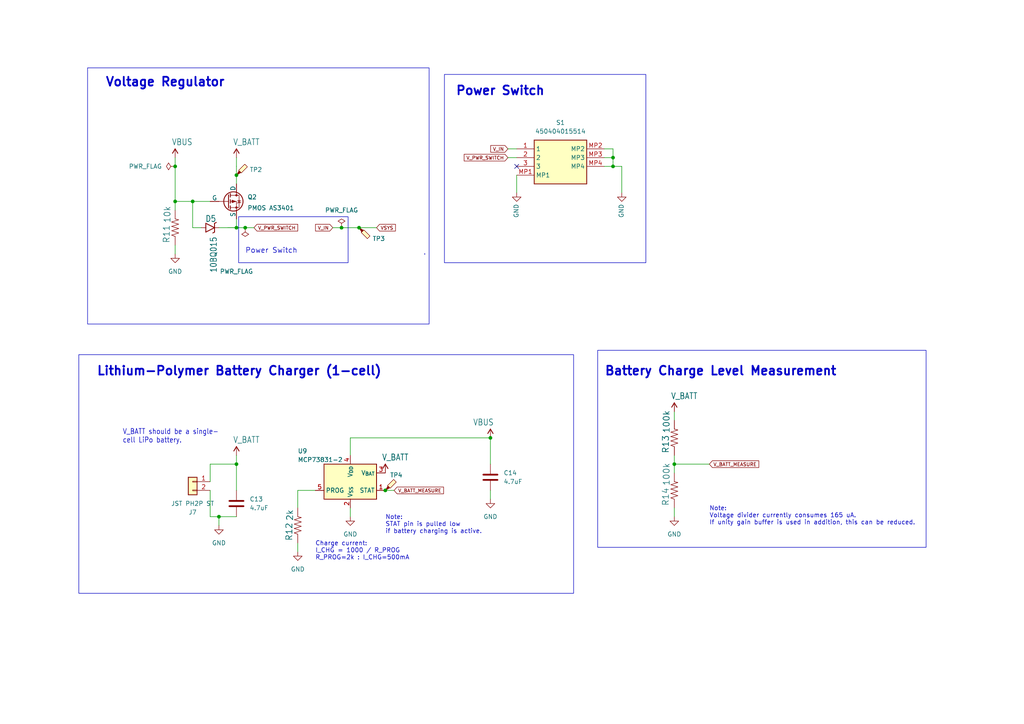
<source format=kicad_sch>
(kicad_sch (version 20231120) (generator "eeschema") (generator_version "8.0")
  (paper "A4")
  (lib_symbols
    (symbol "Battery_Management:MCP73831-2-OT"
      (property "Reference" "U" (at -7.62 6.35 0))
      (property "Value" "MCP73831-2-OT" (at 1.27 6.35 0))
      (symbol "MCP73831-2-OT_0_1"
        (rectangle (start -7.62 5.08) (end 7.62 -5.08) (stroke (width 0.254)) (fill (type background)))
      )
      (symbol "MCP73831-2-OT_1_1"
        (pin output line (at 10.16 -2.54 180) (length 2.54) (name "STAT") (number "1"))
        (pin power_in line (at 0 -7.62 90) (length 2.54) (name "V_{SS}") (number "2"))
        (pin power_out line (at 10.16 2.54 180) (length 2.54) (name "V_{BAT}") (number "3"))
        (pin power_in line (at 0 7.62 270) (length 2.54) (name "V_{DD}") (number "4"))
        (pin input line (at -10.16 -2.54 0) (length 2.54) (name "PROG") (number "5"))
      )
    )
    (symbol "Connector:TestPoint_Probe" (pin_numbers hide) (pin_names (offset 0.762) hide)
      (property "Reference" "TP" (at 1.651 5.842 0))
      (property "Value" "TestPoint_Probe" (at 1.651 4.064 0))
      (symbol "TestPoint_Probe_0_1"
        (polyline (pts (xy 1.27 0.762) (xy 0 0) (xy 0.762 1.27) (xy 1.27 0.762)) (fill (type outline)))
        (polyline (pts (xy 1.397 0.635) (xy 0.635 1.397) (xy 2.413 3.175) (xy 3.175 2.413) (xy 1.397 0.635)) (fill (type background)))
      )
      (symbol "TestPoint_Probe_1_1"
        (pin passive line (at 0 0 90) (length 0) (name "1") (number "1"))
      )
    )
    (symbol "Connector_Generic:Conn_01x02" (pin_names (offset 1.016) hide)
      (property "Reference" "J" (at 0 2.54 0))
      (property "Value" "Conn_01x02" (at 0 -5.08 0))
      (symbol "Conn_01x02_1_1"
        (rectangle (start -1.27 -2.413) (end 0 -2.667) (stroke (width 0.1524)))
        (rectangle (start -1.27 0.127) (end 0 -0.127) (stroke (width 0.1524)))
        (rectangle (start -1.27 1.27) (end 1.27 -3.81) (stroke (width 0.254)) (fill (type background)))
        (pin passive line (at -5.08 0 0) (length 3.81) (name "Pin_1") (number "1"))
        (pin passive line (at -5.08 -2.54 0) (length 3.81) (name "Pin_2") (number "2"))
      )
    )
    (symbol "Device:C" (pin_numbers hide) (pin_names (offset 0.254))
      (property "Reference" "C" (at 0.635 2.54 0))
      (property "Value" "C" (at 0.635 -2.54 0))
      (symbol "C_0_1"
        (polyline (pts (xy -2.032 -0.762) (xy 2.032 -0.762)) (stroke (width 0.508)))
        (polyline (pts (xy -2.032 0.762) (xy 2.032 0.762)) (stroke (width 0.508)))
      )
      (symbol "C_1_1"
        (pin passive line (at 0 3.81 270) (length 2.794) (name "~") (number "1"))
        (pin passive line (at 0 -3.81 90) (length 2.794) (name "~") (number "2"))
      )
    )
    (symbol "GND_1" (power) (pin_names (offset 0))
      (property "Value" "GND_1" (at 0 -3.81 0))
      (symbol "GND_1_0_1"
        (polyline (pts (xy 0 0) (xy 0 -1.27) (xy 1.27 -1.27) (xy 0 -2.54) (xy -1.27 -1.27) (xy 0 -1.27)))
      )
      (symbol "GND_1_1_1"
        (pin power_in line (at 0 0 270) (length 0) hide (name "GND") (number "1"))
      )
    )
    (symbol "GND_2" (power) (pin_names (offset 0))
      (property "Value" "GND" (at 0 -3.81 0))
      (symbol "GND_2_0_1"
        (polyline (pts (xy 0 0) (xy 0 -1.27) (xy 1.27 -1.27) (xy 0 -2.54) (xy -1.27 -1.27) (xy 0 -1.27)))
      )
      (symbol "GND_2_1_1"
        (pin power_in line (at 0 0 270) (length 0) hide (name "GND") (number "1"))
      )
    )
    (symbol "GND_3" (power) (pin_names (offset 0))
      (property "Value" "GND" (at 0 -3.81 0))
      (symbol "GND_3_0_1"
        (polyline (pts (xy 0 0) (xy 0 -1.27) (xy 1.27 -1.27) (xy 0 -2.54) (xy -1.27 -1.27) (xy 0 -1.27)))
      )
      (symbol "GND_3_1_1"
        (pin power_in line (at 0 0 270) (length 0) hide (name "GND") (number "1"))
      )
    )
    (symbol "HeadMouse:450404015514"
      (property "Reference" "S" (at 21.59 7.62 0))
      (property "Value" "450404015514" (at 21.59 5.08 0))
      (symbol "450404015514_1_1"
        (rectangle (start 5.08 2.54) (end 20.32 -10.16) (stroke (width 0.254)) (fill (type background)))
        (pin passive line (at 0 0 0) (length 5.08) (name "1") (number "1"))
        (pin passive line (at 0 -2.54 0) (length 5.08) (name "2") (number "2"))
        (pin passive line (at 0 -5.08 0) (length 5.08) (name "3") (number "3"))
        (pin passive line (at 0 -7.62 0) (length 5.08) (name "MP1") (number "MP1"))
        (pin passive line (at 25.4 0 180) (length 5.08) (name "MP2") (number "MP2"))
        (pin passive line (at 25.4 -2.54 180) (length 5.08) (name "MP3") (number "MP3"))
        (pin passive line (at 25.4 -5.08 180) (length 5.08) (name "MP4") (number "MP4"))
      )
    )
    (symbol "HeadMouse:AS3401" (pin_numbers hide) (pin_names (offset 0))
      (property "Reference" "Q" (at 5.08 1.27 0))
      (property "Value" "AS3401" (at 5.08 -1.27 0))
      (symbol "AS3401_0_1"
        (polyline (pts (xy 0.254 0) (xy -2.54 0)))
        (polyline (pts (xy 0.254 1.905) (xy 0.254 -1.905)) (stroke (width 0.254)))
        (polyline (pts (xy 0.762 -1.27) (xy 0.762 -2.286)) (stroke (width 0.254)))
        (polyline (pts (xy 0.762 0.508) (xy 0.762 -0.508)) (stroke (width 0.254)))
        (polyline (pts (xy 0.762 2.286) (xy 0.762 1.27)) (stroke (width 0.254)))
        (polyline (pts (xy 2.54 2.54) (xy 2.54 1.778)))
        (polyline (pts (xy 2.54 -2.54) (xy 2.54 0) (xy 0.762 0)))
        (polyline (pts (xy 0.762 1.778) (xy 3.302 1.778) (xy 3.302 -1.778) (xy 0.762 -1.778)))
        (polyline (pts (xy 2.286 0) (xy 1.27 0.381) (xy 1.27 -0.381) (xy 2.286 0)) (fill (type outline)))
        (polyline (pts (xy 2.794 -0.508) (xy 2.921 -0.381) (xy 3.683 -0.381) (xy 3.81 -0.254)))
        (polyline (pts (xy 3.302 -0.381) (xy 2.921 0.254) (xy 3.683 0.254) (xy 3.302 -0.381)))
        (circle (center 1.651 0) (radius 2.794) (stroke (width 0.254)))
        (circle (center 2.54 -1.778) (radius 0.254) (fill (type outline)))
        (circle (center 2.54 1.778) (radius 0.254) (fill (type outline)))
      )
      (symbol "AS3401_1_1"
        (pin input line (at -5.08 0 0) (length 2.54) (name "G") (number "1"))
        (pin passive line (at 2.54 -5.08 90) (length 2.54) (name "S") (number "2"))
        (pin passive line (at 2.54 5.08 270) (length 2.54) (name "D") (number "3"))
      )
    )
    (symbol "esp32-thing-eagle-import:27OHM1/10W1%(0603)0603-RES"
      (property "Reference" "R" (at 0 1.524 0))
      (symbol "27OHM1/10W1%(0603)0603-RES_1_0"
        (polyline (pts (xy -2.54 0) (xy -2.159 1.016)) (stroke (width 0.1524)))
        (polyline (pts (xy -2.159 1.016) (xy -1.524 -1.016)) (stroke (width 0.1524)))
        (polyline (pts (xy -1.524 -1.016) (xy -0.889 1.016)) (stroke (width 0.1524)))
        (polyline (pts (xy -0.889 1.016) (xy -0.254 -1.016)) (stroke (width 0.1524)))
        (polyline (pts (xy -0.254 -1.016) (xy 0.381 1.016)) (stroke (width 0.1524)))
        (polyline (pts (xy 0.381 1.016) (xy 1.016 -1.016)) (stroke (width 0.1524)))
        (polyline (pts (xy 1.016 -1.016) (xy 1.651 1.016)) (stroke (width 0.1524)))
        (polyline (pts (xy 1.651 1.016) (xy 2.286 -1.016)) (stroke (width 0.1524)))
        (polyline (pts (xy 2.286 -1.016) (xy 2.54 0)) (stroke (width 0.1524)))
        (pin passive line (at -5.08 0 0) (length 2.54) (name "1") (number "1"))
        (pin passive line (at 5.08 0 180) (length 2.54) (name "2") (number "2"))
      )
    )
    (symbol "esp32-thing-eagle-import:DIODE-SCHOTTKY-BAT20J"
      (property "Reference" "D1" (at 1.778 3.5814 0))
      (property "Value" "10BQ015" (at 0 -2.54 90))
      (symbol "DIODE-SCHOTTKY-BAT20J_1_0"
        (polyline (pts (xy -2.54 0) (xy -1.27 0)) (stroke (width 0.1524)))
        (polyline (pts (xy -1.27 -1.27) (xy 1.27 0)) (stroke (width 0.254)))
        (polyline (pts (xy -1.27 0) (xy -1.27 -1.27)) (stroke (width 0.254)))
        (polyline (pts (xy -1.27 1.27) (xy -1.27 0)) (stroke (width 0.254)))
        (polyline (pts (xy 1.27 -1.27) (xy 0.762 -1.524)) (stroke (width 0.254)))
        (polyline (pts (xy 1.27 0) (xy -1.27 1.27)) (stroke (width 0.254)))
        (polyline (pts (xy 1.27 0) (xy 1.27 -1.27)) (stroke (width 0.254)))
        (polyline (pts (xy 1.27 1.27) (xy 1.27 0)) (stroke (width 0.254)))
        (polyline (pts (xy 1.27 1.27) (xy 1.778 1.524)) (stroke (width 0.254)))
        (polyline (pts (xy 2.54 0) (xy 1.27 0)) (stroke (width 0.1524)))
        (pin passive line (at 2.54 0 180) (length 0) (name "C") (number "1"))
        (pin passive line (at -2.54 0 0) (length 0) (name "A") (number "2"))
      )
    )
    (symbol "esp32-thing-eagle-import:V_BATT" (power)
      (property "Value" "V_BATT" (at -1.016 3.556 0))
      (symbol "V_BATT_1_0"
        (polyline (pts (xy 0 2.54) (xy -0.762 1.27)) (stroke (width 0.254)))
        (polyline (pts (xy 0.762 1.27) (xy 0 2.54)) (stroke (width 0.254)))
        (pin power_in line (at 0 0 90) (length 2.54) (name "V_BATT") (number "1"))
      )
    )
    (symbol "esp32-thing-eagle-import:V_USB" (power)
      (property "Value" "V_USB" (at -1.016 3.556 0))
      (symbol "V_USB_1_0"
        (polyline (pts (xy 0 2.54) (xy -0.762 1.27)) (stroke (width 0.254)))
        (polyline (pts (xy 0.762 1.27) (xy 0 2.54)) (stroke (width 0.254)))
        (pin power_in line (at 0 0 90) (length 2.54) (name "V_USB") (number "1"))
      )
    )
    (symbol "power:PWR_FLAG" (power) (pin_numbers hide) (pin_names (offset 0) hide)
      (property "Value" "PWR_FLAG" (at 0 3.81 0))
      (symbol "PWR_FLAG_0_0"
        (pin power_out line (at 0 0 90) (length 0) (name "~") (number "1"))
      )
      (symbol "PWR_FLAG_0_1"
        (polyline (pts (xy 0 0) (xy 0 1.27) (xy -1.016 1.905) (xy 0 2.54) (xy 1.016 1.905) (xy 0 1.27)))
      )
    )
  )
  (junction (at 111.76 142.24))
  (junction (at 63.5 149.86))
  (junction (at 195.58 134.62))
  (junction (at 50.8 48.26))
  (junction (at 50.8 58.42))
  (junction (at 177.8 48.26))
  (junction (at 68.58 66.04))
  (junction (at 71.12 66.04))
  (junction (at 55.88 58.42))
  (junction (at 177.8 45.72))
  (junction (at 68.58 134.62))
  (junction (at 99.06 66.04))
  (junction (at 104.14 66.04))
  (junction (at 142.24 127))
  (junction (at 68.58 50.8))
  (no_connect (at 149.86 48.26))
  (wire (pts (xy 195.58 132.08) (xy 195.58 134.62)))
  (wire (pts (xy 68.58 66.04) (xy 71.12 66.04)))
  (wire (pts (xy 177.8 45.72) (xy 177.8 48.26)))
  (wire (pts (xy 195.58 134.62) (xy 195.58 137.16)))
  (wire (pts (xy 175.26 48.26) (xy 177.8 48.26)))
  (wire (pts (xy 180.34 48.26) (xy 180.34 55.88)))
  (wire (pts (xy 50.8 58.42) (xy 55.88 58.42)) (stroke (width 0.1524)))
  (wire (pts (xy 86.36 142.24) (xy 86.36 147.32)) (stroke (width 0.1524)))
  (wire (pts (xy 60.96 142.24) (xy 60.96 149.86)))
  (wire (pts (xy 175.26 43.18) (xy 177.8 43.18)))
  (wire (pts (xy 63.5 66.04) (xy 68.58 66.04)))
  (wire (pts (xy 195.58 149.86) (xy 195.58 147.32)))
  (wire (pts (xy 55.88 58.42) (xy 55.88 66.04)) (stroke (width 0.1524)))
  (wire (pts (xy 114.3 142.24) (xy 111.76 142.24)))
  (wire (pts (xy 60.96 58.42) (xy 55.88 58.42)) (stroke (width 0.1524)))
  (wire (pts (xy 101.6 127) (xy 142.24 127)))
  (wire (pts (xy 180.34 48.26) (xy 177.8 48.26)))
  (wire (pts (xy 60.96 134.62) (xy 68.58 134.62)))
  (wire (pts (xy 86.36 157.48) (xy 86.36 160.02)))
  (wire (pts (xy 68.58 63.5) (xy 68.58 66.04)) (stroke (width 0.1524)))
  (wire (pts (xy 71.12 66.04) (xy 73.66 66.04)))
  (wire (pts (xy 50.8 48.26) (xy 50.8 58.42)) (stroke (width 0.1524)))
  (wire (pts (xy 55.88 66.04) (xy 58.42 66.04)))
  (wire (pts (xy 177.8 43.18) (xy 177.8 45.72)))
  (wire (pts (xy 195.58 119.38) (xy 195.58 121.92)))
  (wire (pts (xy 50.8 60.96) (xy 50.8 58.42)) (stroke (width 0.1524)))
  (wire (pts (xy 147.32 43.18) (xy 149.86 43.18)))
  (wire (pts (xy 101.6 147.32) (xy 101.6 149.86)))
  (wire (pts (xy 63.5 149.86) (xy 68.58 149.86)))
  (wire (pts (xy 147.32 45.72) (xy 149.86 45.72)))
  (wire (pts (xy 86.36 142.24) (xy 91.44 142.24)) (stroke (width 0.1524)))
  (wire (pts (xy 68.58 142.24) (xy 68.58 134.62)))
  (wire (pts (xy 142.24 144.78) (xy 142.24 142.24)) (stroke (width 0.1524)))
  (wire (pts (xy 66.04 66.04) (xy 68.58 66.04)) (stroke (width 0.1524)))
  (wire (pts (xy 96.52 66.04) (xy 99.06 66.04)))
  (wire (pts (xy 50.8 45.72) (xy 50.8 48.26)) (stroke (width 0.1524)))
  (wire (pts (xy 68.58 50.8) (xy 68.58 53.34)))
  (wire (pts (xy 142.24 127) (xy 142.24 134.62)) (stroke (width 0.1524)))
  (wire (pts (xy 68.58 45.72) (xy 68.58 48.26)) (stroke (width 0.1524)))
  (wire (pts (xy 63.5 149.86) (xy 63.5 152.4)))
  (wire (pts (xy 149.86 50.8) (xy 149.86 55.88)))
  (wire (pts (xy 175.26 45.72) (xy 177.8 45.72)))
  (wire (pts (xy 104.14 66.04) (xy 109.22 66.04)))
  (wire (pts (xy 68.58 48.26) (xy 68.58 50.8)))
  (wire (pts (xy 101.6 127) (xy 101.6 132.08)))
  (wire (pts (xy 195.58 134.62) (xy 205.74 134.62)))
  (wire (pts (xy 99.06 66.04) (xy 104.14 66.04)))
  (wire (pts (xy 63.5 149.86) (xy 60.96 149.86)))
  (wire (pts (xy 50.8 73.66) (xy 50.8 71.12)) (stroke (width 0.1524)))
  (wire (pts (xy 60.96 134.62) (xy 60.96 139.7)))
  (wire (pts (xy 68.58 132.08) (xy 68.58 134.62)))
  (rectangle (start 123.19 73.66) (end 123.19 73.66))
  (rectangle (start 123.19 73.66) (end 123.19 73.66))
  (rectangle (start 123.19 73.66) (end 123.19 73.66))
  (circle (center 123.19 73.66) (radius 0.0001))
  (rectangle (start 128.905 21.59) (end 187.325 76.2))
  (rectangle (start 123.19 73.66) (end 123.19 73.66))
  (rectangle (start 123.19 73.66) (end 123.19 73.66))
  (rectangle (start 69.215 62.865) (end 100.965 76.2))
  (rectangle (start 123.19 73.66) (end 123.19 73.66))
  (rectangle (start 123.19 73.66) (end 123.19 73.66))
  (rectangle (start 25.4 19.685) (end 124.46 93.98))
  (rectangle (start 123.19 73.66) (end 123.19 73.66))
  (rectangle (start 123.19 73.66) (end 123.19 73.66))
  (rectangle (start 22.86 102.87) (end 166.37 172.085))
  (rectangle (start 123.19 73.66) (end 123.19 73.66))
  (rectangle (start 173.355 101.6) (end 268.605 158.75))
  (rectangle (start 123.19 73.66) (end 123.19 73.66))
  (rectangle (start 123.19 73.66) (end 123.19 73.66))
  (text "Battery Charge Level Measurement" (at 175.26 109.22 0) (effects (font (size 2.54 2.54) (thickness 0.508) (bold yes)) (justify left bottom)))
  (text "Voltage Regulator" (at 30.48 25.4 0) (effects (font (size 2.54 2.54) (thickness 0.508) (bold yes)) (justify left bottom)))
  (text "Lithium-Polymer Battery Charger (1-cell)" (at 27.94 109.22 0) (effects (font (size 2.54 2.54) (thickness 0.508) (bold yes)) (justify left bottom)))
  (text "Power Switch\n" (at 71.12 73.66 0) (effects (font (size 1.5 1.5)) (justify left bottom)))
  (text "Charge current:\nI_CHG = 1000 / R_PROG\nR_PROG=2k : I_CHG=500mA" (at 91.44 162.56 0) (effects (font (size 1.27 1.27)) (justify left bottom)))
  (text "Note: \nVoltage divider currently consumes 165 uA.\nIf unity gain buffer is used in addition, this can be reduced." (at 205.74 152.4 0) (effects (font (size 1.27 1.27)) (justify left bottom)))
  (text "V_BATT should be a single-\ncell LiPo battery." (at 35.56 124.46 0) (effects (font (size 1.524 1.2954)) (justify left top)))
  (text "Note: \nSTAT pin is pulled low \nif battery charging is active." (at 111.76 154.94 0) (effects (font (size 1.27 1.27)) (justify left bottom)))
  (text "Power Switch" (at 132.08 27.94 0) (effects (font (size 2.54 2.54) (thickness 0.508) (bold yes)) (justify left bottom)))
  (global_label "V_BATT_MEASURE" (shape input) (at 205.74 134.62 0) (effects (font (size 0.9906 0.9906))) (property "Intersheetrefs" "${INTERSHEET_REFS}" (effects (hide yes))))
  (global_label "V_IN" (shape input) (at 147.32 43.18 180) (effects (font (size 0.9906 0.9906))) (property "Intersheetrefs" "${INTERSHEET_REFS}" (effects (hide yes))))
  (global_label "V_BATT_MEASURE" (shape input) (at 114.3 142.24 0) (effects (font (size 0.9906 0.9906))) (property "Intersheetrefs" "${INTERSHEET_REFS}" (effects (hide yes))))
  (global_label "VSYS" (shape input) (at 109.22 66.04 0) (effects (font (size 0.9906 0.9906))) (property "Intersheetrefs" "${INTERSHEET_REFS}" (effects (hide yes))))
  (global_label "V_IN" (shape input) (at 96.52 66.04 180) (effects (font (size 0.9906 0.9906))) (property "Intersheetrefs" "${INTERSHEET_REFS}" (effects (hide yes))))
  (global_label "V_PWR_SWITCH" (shape input) (at 147.32 45.72 180) (effects (font (size 0.9906 0.9906))) (property "Intersheetrefs" "${INTERSHEET_REFS}" (effects (hide yes))))
  (global_label "V_PWR_SWITCH" (shape input) (at 73.66 66.04 0) (effects (font (size 0.9906 0.9906))) (property "Intersheetrefs" "${INTERSHEET_REFS}" (effects (hide yes))))
  (symbol (lib_name "GND_1") (lib_id "power:GND") (at 142.24 144.78 0) (unit 1)
    (property "Reference" "#PWR046" (effects (hide yes)))
    (property "Value" "GND" (at 142.24 149.86 0))
  )
  (symbol (lib_id "power:PWR_FLAG") (at 50.8 48.26 90) (unit 1)
    (property "Reference" "#FLG03" (effects (hide yes)))
    (property "Value" "PWR_FLAG" (at 46.99 48.2599 90) (effects (justify left)))
    (property "Description" "Special symbol for telling ERC where power comes from" (effects (hide yes)))
  )
  (symbol (lib_id "power:PWR_FLAG") (at 71.12 66.04 180) (unit 1)
    (property "Reference" "#FLG04" (effects (hide yes)))
    (property "Value" "PWR_FLAG" (at 68.58 78.74 0))
    (property "Description" "Special symbol for telling ERC where power comes from" (effects (hide yes)))
  )
  (symbol (lib_name "GND_1") (lib_id "power:GND") (at 195.58 149.86 0) (unit 1)
    (property "Reference" "#PWR048" (effects (hide yes)))
    (property "Value" "GND" (at 195.58 154.94 0))
  )
  (symbol (lib_id "Connector:TestPoint_Probe") (at 68.58 50.8 0) (unit 1)
    (property "Reference" "TP2" (at 72.39 49.2125 0) (effects (justify left)))
    (property "Value" "TestPoint_Probe" (effects (hide yes)))
    (property "Footprint" "TestPoint:TestPoint_THTPad_D2.0mm_Drill1.0mm" (effects (hide yes)))
  )
  (symbol (lib_name "GND_1") (lib_id "power:GND") (at 101.6 149.86 0) (unit 1)
    (property "Reference" "#PWR045" (effects (hide yes)))
    (property "Value" "GND" (at 101.6 154.94 0))
  )
  (symbol (lib_id "Connector:TestPoint_Probe") (at 104.14 66.04 270) (unit 1)
    (property "Reference" "TP3" (at 109.855 69.215 90))
    (property "Value" "TestPoint_Probe" (effects (hide yes)))
    (property "Footprint" "TestPoint:TestPoint_THTPad_D2.0mm_Drill1.0mm" (effects (hide yes)))
  )
  (symbol (lib_name "GND_1") (lib_id "power:GND") (at 50.8 73.66 0) (unit 1)
    (property "Reference" "#PWR042" (effects (hide yes)))
    (property "Value" "GND" (at 50.8 78.74 0))
  )
  (symbol (lib_id "esp32-thing-eagle-import:V_BATT") (at 68.58 132.08 0) (unit 1)
    (property "Reference" "#SUPPLY03" (effects (hide yes)))
    (property "Value" "V_BATT" (at 67.564 128.524 0) (effects (font (size 1.778 1.5113)) (justify left bottom)))
  )
  (symbol (lib_id "esp32-thing-eagle-import:27OHM1/10W1%(0603)0603-RES") (at 195.58 127 90) (unit 1)
    (property "Reference" "R13" (at 194.0814 131.572 0) (effects (font (size 1.778 1.778)) (justify left bottom)))
    (property "Value" "100k" (at 194.31 125.73 0) (effects (font (size 1.778 1.778)) (justify left bottom)))
    (property "Footprint" "Resistor_SMD:R_0603_1608Metric_Pad0.98x0.95mm_HandSolder" (effects (hide yes)))
    (property "Mouser" "ERJ-PA3J121V" (effects (hide yes)))
  )
  (symbol (lib_id "esp32-thing-eagle-import:V_USB") (at 50.8 45.72 0) (unit 1)
    (property "Reference" "#SUPPLY01" (effects (hide yes)))
    (property "Value" "VBUS" (at 49.784 42.164 0) (effects (font (size 1.778 1.5113)) (justify left bottom)))
  )
  (symbol (lib_name "GND_3") (lib_id "power:GND") (at 149.86 55.88 0) (mirror y) (unit 1)
    (property "Reference" "#PWR047" (effects (hide yes)))
    (property "Value" "GND" (at 149.733 59.1312 90) (effects (justify right)))
  )
  (symbol (lib_name "GND_2") (lib_id "power:GND") (at 180.34 55.88 0) (mirror y) (unit 1)
    (property "Reference" "#PWR049" (effects (hide yes)))
    (property "Value" "GND" (at 180.213 59.1312 90) (effects (justify right)))
  )
  (symbol (lib_id "Battery_Management:MCP73831-2-OT") (at 101.6 139.7 0) (unit 1)
    (property "Reference" "U9" (at 86.36 130.81 0) (effects (justify left)))
    (property "Value" "MCP73831-2" (at 86.36 133.35 0) (effects (justify left)))
    (property "Footprint" "Package_TO_SOT_SMD:SOT-23-5_HandSoldering" (effects (hide yes)))
    (property "Datasheet" "http://ww1.microchip.com/downloads/en/DeviceDoc/20001984g.pdf" (effects (hide yes)))
    (property "Mouser" "MCP73831T-2ACI/OT" (effects (hide yes)))
    (property "Mouser Price/Stock" "https://www.mouser.at/ProductDetail/Microchip-Technology/MCP73831T-2ACI-OT?qs=yUQqVecv4qvbBQBGbHx0Mw%3D%3D" (effects (hide yes)))
  )
  (symbol (lib_id "Connector:TestPoint_Probe") (at 111.76 142.24 0) (unit 1)
    (property "Reference" "TP4" (at 114.935 137.795 0))
    (property "Value" "TestPoint_Probe" (effects (hide yes)))
    (property "Footprint" "TestPoint:TestPoint_THTPad_D2.0mm_Drill1.0mm" (effects (hide yes)))
  )
  (symbol (lib_id "esp32-thing-eagle-import:DIODE-SCHOTTKY-BAT20J") (at 60.96 66.04 0) (unit 1)
    (property "Reference" "D5" (at 62.738 62.4586 0) (effects (font (size 1.778 1.5113)) (justify right top)))
    (property "Value" "10BQ015" (at 60.96 68.58 90) (effects (font (size 1.778 1.5113)) (justify right top)))
    (property "Footprint" "Diode_SMD:D_SMB_Handsoldering" (effects (hide yes)))
    (property "Datasheet" "https://eu.mouser.com/ProductDetail/Vishay-Semiconductors/VS-10BQ015-M3-5BT?qs=asPD7ZL2j3VpzaHhlDLLKA%3D%3D&gad_source=1&gclid=CjwKCAiA1MCrBhAoEiwAC2d64Qfz9GdFJXcJop1dluLSezxhXfgrxGSJlfwXR4mOBbP2oq8S6QpdJRoCLncQAvD_BwE" (effects (hide yes)))
    (property "Mouser" "10BQ015" (effects (hide yes)))
    (property "Mouser Price/Stock" "https://eu.mouser.com/ProductDetail/Vishay-Semiconductors/VS-10BQ015-M3-5BT?qs=asPD7ZL2j3VpzaHhlDLLKA%3D%3D&gad_source=1&gclid=CjwKCAiA1MCrBhAoEiwAC2d64Qfz9GdFJXcJop1dluLSezxhXfgrxGSJlfwXR4mOBbP2oq8S6QpdJRoCLncQAvD_BwE" (effects (hide yes)))
  )
  (symbol (lib_id "HeadMouse:AS3401") (at 66.04 58.42 0) (unit 1)
    (property "Reference" "Q2" (at 71.755 57.15 0) (effects (justify left)))
    (property "Value" "PMOS AS3401" (at 71.755 60.325 0) (effects (justify left)))
    (property "Footprint" "Package_TO_SOT_SMD:TSOT-23_HandSoldering" (effects (hide yes)))
    (property "Datasheet" "https://mm.digikey.com/Volume0/opasdata/d220001/medias/docus/2779/AS3401.pdf" (effects (hide yes)))
    (property "Sim.Device" "PMOS" (effects (hide yes)))
    (property "Sim.Type" "VDMOS" (effects (hide yes)))
    (property "Sim.Pins" "1=D 2=G 3=S" (effects (hide yes)))
  )
  (symbol (lib_id "Connector_Generic:Conn_01x02") (at 55.88 139.7 0) (mirror y) (unit 1)
    (property "Reference" "J7" (at 55.88 148.59 0))
    (property "Value" "JST PH2P ST" (at 55.88 146.05 0))
    (property "Footprint" "Connector_JST:JST_PH_B2B-PH-K_1x02_P2.00mm_Vertical" (effects (hide yes)))
    (property "Datasheet" "https://www.reichelt.at/at/de/shop/produkt/jst_-_stiftleiste_gerade_1x2-polig_-_ph-185049?PROVID=2807&gad_source=1&gclid=Cj0KCQiA6Ou5BhCrARIsAPoTxrA8KpXldFcYOduG_eGlcCbwNPn1y8pE9fh27UvogsPRKOJYNNm9DSwaAmWJEALw_wcB&q=%2Fat%2Fde%2Fshop%2Fjst-stiftleiste-gerade-1x2-polig-ph-jst-ph2p-st-p185049.html" (effects (hide yes)))
    (property "Reichelt Price/Stock" "https://www.reichelt.at/at/de/shop/produkt/jst_-_stiftleiste_gerade_1x2-polig_-_ph-185049?PROVID=2807&gad_source=1&gclid=Cj0KCQiA6Ou5BhCrARIsAPoTxrA8KpXldFcYOduG_eGlcCbwNPn1y8pE9fh27UvogsPRKOJYNNm9DSwaAmWJEALw_wcB&q=%2Fat%2Fde%2Fshop%2Fjst-stiftleiste-gerade-1x2-polig-ph-jst-ph2p-st-p185049.html" (effects (hide yes)))
    (property "Reichelt" "JST PH2P ST" (effects (hide yes)))
  )
  (symbol (lib_id "esp32-thing-eagle-import:V_USB") (at 142.24 127 0) (mirror y) (unit 1)
    (property "Reference" "#SUPPLY05" (effects (hide yes)))
    (property "Value" "VBUS" (at 143.256 123.444 0) (effects (font (size 1.778 1.5113)) (justify left bottom)))
  )
  (symbol (lib_id "HeadMouse:450404015514") (at 149.86 43.18 0) (unit 1)
    (property "Reference" "S1" (at 162.56 35.56 0))
    (property "Value" "450404015514" (at 162.56 38.1 0))
    (property "Footprint" "BMS:450404015514" (effects (hide yes)))
    (property "Datasheet" "https://www.we-online.com/components/products/datasheet/450404015514.pdf" (effects (hide yes)))
    (property "Height" "1.4" (effects (hide yes)))
    (property "Mouser Part Number" "710-450404015514" (effects (hide yes)))
    (property "Mouser Price/Stock" "https://www.mouser.co.uk/ProductDetail/Wurth-Elektronik/450404015514?qs=sPbYRqrBIVk21%2FxsES2IZA%3D%3D" (effects (hide yes)))
    (property "Manufacturer_Name" "Wurth Elektronik" (effects (hide yes)))
    (property "Manufacturer_Part_Number" "450404015514" (effects (hide yes)))
    (property "Mouser" "450404015514" (effects (hide yes)))
  )
  (symbol (lib_id "esp32-thing-eagle-import:V_BATT") (at 111.76 137.16 0) (unit 1)
    (property "Reference" "#SUPPLY04" (effects (hide yes)))
    (property "Value" "V_BATT" (at 110.744 133.604 0) (effects (font (size 1.778 1.5113)) (justify left bottom)))
  )
  (symbol (lib_name "GND_1") (lib_id "power:GND") (at 86.36 160.02 0) (unit 1)
    (property "Reference" "#PWR044" (effects (hide yes)))
    (property "Value" "GND" (at 86.36 165.1 0))
  )
  (symbol (lib_id "esp32-thing-eagle-import:V_BATT") (at 195.58 119.38 0) (unit 1)
    (property "Reference" "#SUPPLY06" (effects (hide yes)))
    (property "Value" "V_BATT" (at 194.564 115.824 0) (effects (font (size 1.778 1.5113)) (justify left bottom)))
  )
  (symbol (lib_id "esp32-thing-eagle-import:27OHM1/10W1%(0603)0603-RES") (at 86.36 152.4 90) (unit 1)
    (property "Reference" "R12" (at 84.8614 156.972 0) (effects (font (size 1.778 1.778)) (justify left bottom)))
    (property "Value" "2k" (at 85.09 151.13 0) (effects (font (size 1.778 1.778)) (justify left bottom)))
    (property "Footprint" "Resistor_SMD:R_0603_1608Metric_Pad0.98x0.95mm_HandSolder" (effects (hide yes)))
    (property "Mouser" "ERJ-PA3J121V" (effects (hide yes)))
  )
  (symbol (lib_id "power:PWR_FLAG") (at 99.06 66.04 0) (unit 1)
    (property "Reference" "#FLG05" (effects (hide yes)))
    (property "Value" "PWR_FLAG" (at 99.06 60.96 0))
    (property "Description" "Special symbol for telling ERC where power comes from" (effects (hide yes)))
  )
  (symbol (lib_name "GND_1") (lib_id "power:GND") (at 63.5 152.4 0) (unit 1)
    (property "Reference" "#PWR043" (effects (hide yes)))
    (property "Value" "GND" (at 63.5 157.48 0))
  )
  (symbol (lib_id "esp32-thing-eagle-import:27OHM1/10W1%(0603)0603-RES") (at 50.8 66.04 90) (unit 1)
    (property "Reference" "R11" (at 49.3014 70.612 0) (effects (font (size 1.778 1.778)) (justify left bottom)))
    (property "Value" "10k" (at 49.53 64.77 0) (effects (font (size 1.778 1.778)) (justify left bottom)))
    (property "Footprint" "Resistor_SMD:R_0603_1608Metric_Pad0.98x0.95mm_HandSolder" (effects (hide yes)))
    (property "Mouser" "RN73H1JTTD1002F100" (effects (hide yes)))
    (property "Mouser Price/Stock" "https://www.mouser.at/ProductDetail/KOA-Speer/RN73H1JTTD1002F100?qs=mtPtL6iy6ALCfskr2ilnpg%3D%3D" (effects (hide yes)))
  )
  (symbol (lib_id "Device:C") (at 68.58 146.05 0) (unit 1)
    (property "Reference" "C13" (at 72.39 144.78 0) (effects (justify left)))
    (property "Value" "4.7uF" (at 72.39 147.32 0) (effects (justify left)))
    (property "Footprint" "Capacitor_SMD:C_0603_1608Metric_Pad1.08x0.95mm_HandSolder" (effects (hide yes)))
  )
  (symbol (lib_id "esp32-thing-eagle-import:27OHM1/10W1%(0603)0603-RES") (at 195.58 142.24 90) (unit 1)
    (property "Reference" "R14" (at 194.0814 146.812 0) (effects (font (size 1.778 1.778)) (justify left bottom)))
    (property "Value" "100k" (at 194.31 140.97 0) (effects (font (size 1.778 1.778)) (justify left bottom)))
    (property "Footprint" "Resistor_SMD:R_0603_1608Metric_Pad0.98x0.95mm_HandSolder" (effects (hide yes)))
    (property "Mouser" "ERJ-PA3J121V" (effects (hide yes)))
  )
  (symbol (lib_id "esp32-thing-eagle-import:V_BATT") (at 68.58 45.72 0) (unit 1)
    (property "Reference" "#SUPPLY02" (effects (hide yes)))
    (property "Value" "V_BATT" (at 67.564 42.164 0) (effects (font (size 1.778 1.5113)) (justify left bottom)))
  )
  (symbol (lib_id "Device:C") (at 142.24 138.43 0) (unit 1)
    (property "Reference" "C14" (at 146.05 137.16 0) (effects (justify left)))
    (property "Value" "4.7uF" (at 146.05 139.7 0) (effects (justify left)))
    (property "Footprint" "Capacitor_SMD:C_0603_1608Metric_Pad1.08x0.95mm_HandSolder" (effects (hide yes)))
  )
)
</source>
